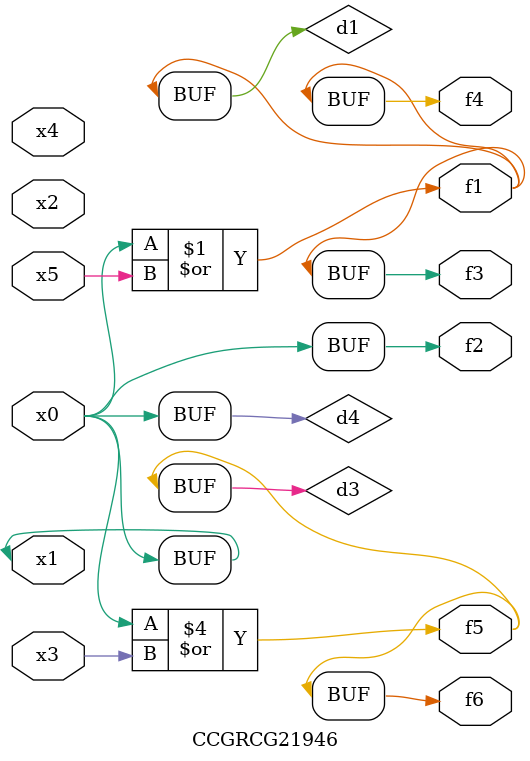
<source format=v>
module CCGRCG21946(
	input x0, x1, x2, x3, x4, x5,
	output f1, f2, f3, f4, f5, f6
);

	wire d1, d2, d3, d4;

	or (d1, x0, x5);
	xnor (d2, x1, x4);
	or (d3, x0, x3);
	buf (d4, x0, x1);
	assign f1 = d1;
	assign f2 = d4;
	assign f3 = d1;
	assign f4 = d1;
	assign f5 = d3;
	assign f6 = d3;
endmodule

</source>
